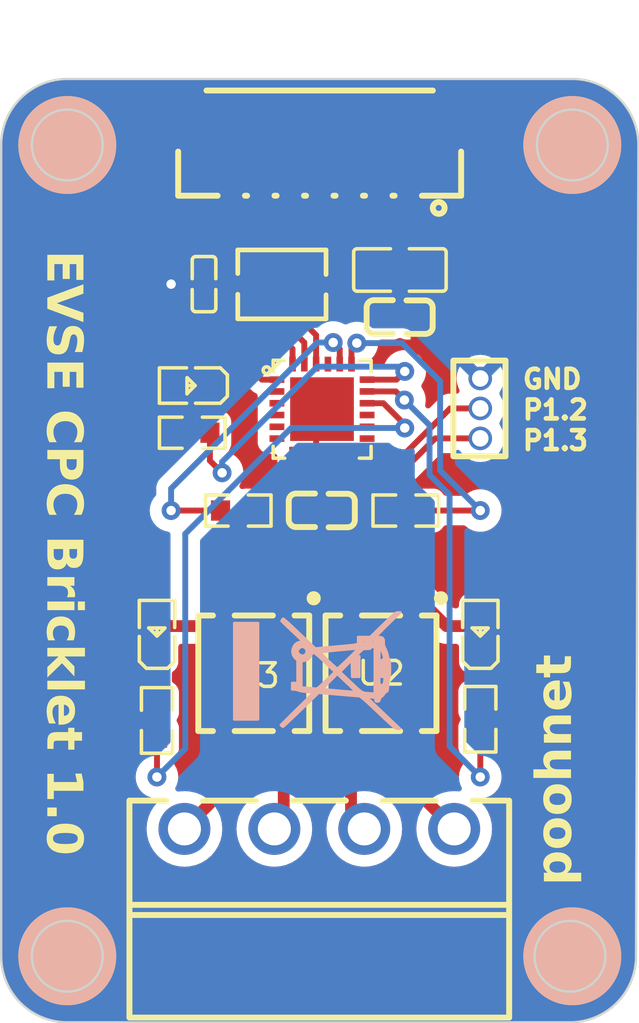
<source format=kicad_pcb>
(kicad_pcb (version 20221018) (generator pcbnew)
  (layers (0 "F.Cu" signal) (31 "B.Cu" signal) (34 "B.Paste" user) (35 "F.Paste" user) (36 "B.SilkS" user "B.Silkscreen") (37 "F.SilkS" user "F.Silkscreen") (38 "B.Mask" user) (39 "F.Mask" user) (44 "Edge.Cuts" user))
  (net 0 "")
  (net 1 "GND")
  (net 2 "3V3")
  (net 3 "S-MISO")
  (net 4 "S-MOSI")
  (net 5 "S-CLK")
  (net 6 "S-CS")
  (net 7 "Net-(LED2--)")
  (net 8 "Net-(LED3--)")
  (net 9 "LED1")
  (net 10 "LED2")
  (net 11 "LED3")
  (net 12 "Net-(C3-Pad1)")
  (net 13 "Net-(LED1--)")
  (net 14 "Net-(CN1-Pad4)")
  (net 16 "Net-(CN1-Pad5)")
  (net 17 "Net-(CN1-Pad6)")
  (net 22 "Net-(U1-P1.3)")
  (net 30 "OUTPUT1")
  (net 31 "Net-(CN2-Pad1)")
  (net 32 "Net-(CN2-Pad2)")
  (net 33 "Net-(U1-P1.2)")
  (net 34 "Net-(CN2-Pad3)")
  (net 35 "Net-(CN2-Pad4)")
  (net 36 "OUTPUT2")
  (net 37 "Net-(R4-Pad2)")
  (net 38 "Net-(R5-Pad2)")
  (footprint "easyeda2kicad:CONN-TH_4P-P3.81_DB2ERC-3.81-4P" (layer "F.Cu") (at 69.875 69.4)
    (fp_text reference "CN2" hide)
    (fp_text value "DB2ERC-3.81-4P")
    (pad "1" thru_hole circle (at -5.71 0) (size 2.2 2.2) (drill 1.399997) (layers "*.Cu" "*.Mask") (net 31 "Net-(CN2-Pad1)"))
    (pad "2" thru_hole circle (at -1.9 0) (size 2.2 2.2) (drill 1.399997) (layers "*.Cu" "*.Mask") (net 32 "Net-(CN2-Pad2)"))
    (pad "3" thru_hole circle (at 1.91 0) (size 2.2 2.2) (drill 1.399997) (layers "*.Cu" "*.Mask") (net 34 "Net-(CN2-Pad3)"))
    (pad "4" thru_hole circle (at 5.72 0) (size 2.2 2.2) (drill 1.399997) (layers "*.Cu" "*.Mask") (net 35 "Net-(CN2-Pad4)"))
  )
  (footprint "easyeda2kicad:LED0603-RD" (layer "F.Cu") (at 76.7025 61.1 90)
    (fp_text reference "LED2" hide)
    (fp_text value "blue" hide)
    (pad "1" smd rect (at -0.8 0 180) (size 0.8 0.8) (layers "F.Cu" "F.Paste" "F.Mask") (net 7 "Net-(LED2--)"))
    (pad "2" smd rect (at 0.8 0 180) (size 0.8 0.8) (layers "F.Cu" "F.Paste" "F.Mask") (net 2 "3V3"))
  )
  (footprint "easyeda2kicad:R0603" (layer "F.Cu") (at 76.7025 64.75 -90)
    (fp_text reference "R2" hide)
    (fp_text value "1K")
    (pad "1" smd rect (at -0.75 0 270) (size 0.81 0.86) (layers "F.Cu" "F.Paste" "F.Mask") (net 7 "Net-(LED2--)"))
    (pad "2" smd rect (at 0.75 0 270) (size 0.81 0.86) (layers "F.Cu" "F.Paste" "F.Mask") (net 10 "LED2"))
  )
  (footprint "easyeda2kicad:R0603" (layer "F.Cu") (at 66.445 55.9)
    (fp_text reference "R5" hide)
    (fp_text value "1K")
    (pad "1" smd rect (at -0.75 0) (size 0.81 0.86) (layers "F.Cu" "F.Paste" "F.Mask") (net 36 "OUTPUT2"))
    (pad "2" smd rect (at 0.75 0) (size 0.81 0.86) (layers "F.Cu" "F.Paste" "F.Mask") (net 38 "Net-(R5-Pad2)"))
  )
  (footprint "easyeda2kicad:SOP-4_L4.3-W4.4-P2.54-LS7.0-BL" (layer "F.Cu") (at 67.1025 62.8 180)
    (fp_text reference "U3" (at -0.1 -0.1) (layer "F.SilkS"))
    (fp_text value "AQY282SX")
    (pad "1" smd oval (at -1.27 3.5) (size 0.9 2) (layers "F.Cu" "F.Paste" "F.Mask") (net 2 "3V3"))
    (pad "2" smd oval (at 1.27 3.5) (size 0.9 2) (layers "F.Cu" "F.Paste" "F.Mask") (net 38 "Net-(R5-Pad2)"))
    (pad "3" smd oval (at 1.27 -3.5) (size 0.9 2) (layers "F.Cu" "F.Paste" "F.Mask") (net 31 "Net-(CN2-Pad1)"))
    (pad "4" smd oval (at -1.27 -3.5) (size 0.9 2) (layers "F.Cu" "F.Paste" "F.Mask") (net 32 "Net-(CN2-Pad2)"))
  )
  (footprint "easyeda2kicad:R0603" (layer "F.Cu") (at 73.545 55.9 180)
    (fp_text reference "R4" hide)
    (fp_text value "1K")
    (pad "1" smd rect (at -0.75 0 180) (size 0.81 0.86) (layers "F.Cu" "F.Paste" "F.Mask") (net 30 "OUTPUT1"))
    (pad "2" smd rect (at 0.75 0 180) (size 0.81 0.86) (layers "F.Cu" "F.Paste" "F.Mask") (net 37 "Net-(R4-Pad2)"))
  )
  (footprint "easyeda2kicad:RES-ARRAY-SMD_0603-8P-L3.2-W1.6-BL" (layer "F.Cu") (at 68.295 46.3 180)
    (fp_text reference "RN1" hide)
    (fp_text value "CRA034RJ82RP05" hide)
    (pad "1" smd rect (at -1.2 0.9 180) (size 0.65 0.8) (layers "F.Cu" "F.Paste" "F.Mask") (net 14 "Net-(CN1-Pad4)"))
    (pad "2" smd rect (at -0.4 0.9 180) (size 0.5 0.8) (layers "F.Cu" "F.Paste" "F.Mask") (net 16 "Net-(CN1-Pad5)"))
    (pad "3" smd rect (at 0.4 0.9 180) (size 0.5 0.8) (layers "F.Cu" "F.Paste" "F.Mask") (net 17 "Net-(CN1-Pad6)"))
    (pad "4" smd rect (at 1.2 0.9 180) (size 0.65 0.8) (layers "F.Cu" "F.Paste" "F.Mask") (net 12 "Net-(C3-Pad1)"))
    (pad "5" smd rect (at 1.2 -0.9 180) (size 0.65 0.8) (layers "F.Cu" "F.Paste" "F.Mask") (net 3 "S-MISO"))
    (pad "6" smd rect (at 0.4 -0.9 180) (size 0.5 0.8) (layers "F.Cu" "F.Paste" "F.Mask") (net 4 "S-MOSI"))
    (pad "7" smd rect (at -0.4 -0.9 180) (size 0.5 0.8) (layers "F.Cu" "F.Paste" "F.Mask") (net 5 "S-CLK"))
    (pad "8" smd rect (at -1.2 -0.9 180) (size 0.65 0.8) (layers "F.Cu" "F.Paste" "F.Mask") (net 6 "S-CS"))
  )
  (footprint "easyeda2kicad:LED0603-RD" (layer "F.Cu") (at 64.495 50.6 180)
    (fp_text reference "LED3" hide)
    (fp_text value "blue" hide)
    (pad "1" smd rect (at -0.8 0 270) (size 0.8 0.8) (layers "F.Cu" "F.Paste" "F.Mask") (net 8 "Net-(LED3--)"))
    (pad "2" smd rect (at 0.8 0 270) (size 0.8 0.8) (layers "F.Cu" "F.Paste" "F.Mask") (net 2 "3V3"))
  )
  (footprint "easyeda2kicad:C0805" (layer "F.Cu") (at 73.295 45.7)
    (fp_text reference "C1" hide)
    (fp_text value "10uF")
    (pad "1" smd rect (at -1 0) (size 1.41 1.35) (layers "F.Cu" "F.Paste" "F.Mask") (net 2 "3V3"))
    (pad "2" smd rect (at 1 0) (size 1.41 1.35) (layers "F.Cu" "F.Paste" "F.Mask") (net 1 "GND"))
  )
  (footprint "easyeda2kicad:C0402" (layer "F.Cu") (at 64.995 46.3 -90)
    (fp_text reference "C3" hide)
    (fp_text value "220pF")
    (pad "1" smd rect (at -0.55 0 270) (size 0.79 0.54) (layers "F.Cu" "F.Paste" "F.Mask") (net 12 "Net-(C3-Pad1)"))
    (pad "2" smd rect (at 0.55 0 270) (size 0.79 0.54) (layers "F.Cu" "F.Paste" "F.Mask") (net 1 "GND"))
  )
  (footprint "easyeda2kicad:VQFN-24_L4.0-W4.0-P0.50-TL-EP2.7" (layer "F.Cu") (at 69.995 51.6)
    (fp_text reference "U1" hide)
    (fp_text value "XMC1302-Q024X0032-AB")
    (pad "1" smd rect (at -1.91 -1.25) (size 0.63 0.28) (layers "F.Cu" "F.Paste" "F.Mask") (net 3 "S-MISO"))
    (pad "2" smd rect (at -1.91 -0.75) (size 0.63 0.28) (layers "F.Cu" "F.Paste" "F.Mask"))
    (pad "3" smd rect (at -1.91 -0.25) (size 0.63 0.28) (layers "F.Cu" "F.Paste" "F.Mask"))
    (pad "4" smd rect (at -1.91 0.25) (size 0.63 0.28) (layers "F.Cu" "F.Paste" "F.Mask"))
    (pad "5" smd rect (at -1.91 0.75) (size 0.63 0.28) (layers "F.Cu" "F.Paste" "F.Mask"))
    (pad "6" smd rect (at -1.91 1.25) (size 0.63 0.28) (layers "F.Cu" "F.Paste" "F.Mask"))
    (pad "7" smd rect (at -1.25 1.91) (size 0.28 0.63) (layers "F.Cu" "F.Paste" "F.Mask"))
    (pad "8" smd rect (at -0.75 1.91) (size 0.28 0.63) (layers "F.Cu" "F.Paste" "F.Mask"))
    (pad "9" smd rect (at -0.25 1.91) (size 0.28 0.63) (layers "F.Cu" "F.Paste" "F.Mask") (net 1 "GND"))
    (pad "10" smd rect (at 0.25 1.91) (size 0.28 0.63) (layers "F.Cu" "F.Paste" "F.Mask") (net 2 "3V3"))
    (pad "11" smd rect (at 0.75 1.91) (size 0.28 0.63) (layers "F.Cu" "F.Paste" "F.Mask") (net 22 "Net-(U1-P1.3)"))
    (pad "12" smd rect (at 1.25 1.91) (size 0.28 0.63) (layers "F.Cu" "F.Paste" "F.Mask") (net 33 "Net-(U1-P1.2)"))
    (pad "13" smd rect (at 1.91 1.25) (size 0.63 0.28) (layers "F.Cu" "F.Paste" "F.Mask"))
    (pad "14" smd rect (at 1.91 0.75) (size 0.63 0.28) (layers "F.Cu" "F.Paste" "F.Mask"))
    (pad "15" smd rect (at 1.91 0.25) (size 0.63 0.28) (layers "F.Cu" "F.Paste" "F.Mask"))
    (pad "16" smd rect (at 1.91 -0.25) (size 0.63 0.28) (layers "F.Cu" "F.Paste" "F.Mask") (net 9 "LED1"))
    (pad "17" smd rect (at 1.91 -0.75) (size 0.63 0.28) (layers "F.Cu" "F.Paste" "F.Mask") (net 10 "LED2"))
    (pad "18" smd rect (at 1.91 -1.25) (size 0.63 0.28) (layers "F.Cu" "F.Paste" "F.Mask") (net 11 "LED3"))
    (pad "19" smd rect (at 1.25 -1.91) (size 0.28 0.63) (layers "F.Cu" "F.Paste" "F.Mask") (net 30 "OUTPUT1"))
    (pad "20" smd rect (at 0.75 -1.91) (size 0.28 0.63) (layers "F.Cu" "F.Paste" "F.Mask") (net 36 "OUTPUT2"))
    (pad "21" smd rect (at 0.25 -1.91) (size 0.28 0.63) (layers "F.Cu" "F.Paste" "F.Mask"))
    (pad "22" smd rect (at -0.25 -1.91) (size 0.28 0.63) (layers "F.Cu" "F.Paste" "F.Mask") (net 6 "S-CS"))
    (pad "23" smd rect (at -0.75 -1.91) (size 0.28 0.63) (layers "F.Cu" "F.Paste" "F.Mask") (net 5 "S-CLK"))
    (pad "24" smd rect (at -1.25 -1.91) (size 0.28 0.63) (layers "F.Cu" "F.Paste" "F.Mask") (net 4 "S-MOSI"))
    (pad "25" smd rect (at 0 0) (size 2.7 2.7) (layers "F.Cu" "F.Paste" "F.Mask") (net 1 "GND"))
  )
  (footprint "easyeda2kicad:R0603" (layer "F.Cu") (at 63.0025 64.8 -90)
    (fp_text reference "R1" hide)
    (fp_text value "1K")
    (pad "1" smd rect (at -0.75 0 270) (size 0.81 0.86) (layers "F.Cu" "F.Paste" "F.Mask") (net 13 "Net-(LED1--)"))
    (pad "2" smd rect (at 0.75 0 270) (size 0.81 0.86) (layers "F.Cu" "F.Paste" "F.Mask") (net 9 "LED1"))
  )
  (footprint "easyeda2kicad:HDR-TH_3P-P1.27-V-M" (layer "F.Cu") (at 76.7 51.57 -90)
    (fp_text reference "H1" hide)
    (fp_text value "X1311WV-03J-C18D27")
    (pad "1" thru_hole circle (at -1.27 0 270) (size 1 1) (drill 0.700024) (layers "*.Cu" "*.Mask") (net 1 "GND"))
    (pad "2" thru_hole circle (at 0 0 270) (size 1 1) (drill 0.700024) (layers "*.Cu" "*.Mask") (net 33 "Net-(U1-P1.2)"))
    (pad "3" thru_hole circle (at 1.27 0 270) (size 1 1) (drill 0.700024) (layers "*.Cu" "*.Mask") (net 22 "Net-(U1-P1.3)"))
  )
  (footprint "easyeda2kicad:SOP-4_L4.3-W4.4-P2.54-LS7.0-BL" (layer "F.Cu") (at 72.495 62.8 180)
    (fp_text reference "U2" (at -0.0075 0) (layer "F.SilkS"))
    (fp_text value "AQY282SX")
    (pad "1" smd oval (at -1.27 3.5) (size 0.9 2) (layers "F.Cu" "F.Paste" "F.Mask") (net 2 "3V3"))
    (pad "2" smd oval (at 1.27 3.5) (size 0.9 2) (layers "F.Cu" "F.Paste" "F.Mask") (net 37 "Net-(R4-Pad2)"))
    (pad "3" smd oval (at 1.27 -3.5) (size 0.9 2) (layers "F.Cu" "F.Paste" "F.Mask") (net 34 "Net-(CN2-Pad3)"))
    (pad "4" smd oval (at -1.27 -3.5) (size 0.9 2) (layers "F.Cu" "F.Paste" "F.Mask") (net 35 "Net-(CN2-Pad4)"))
  )
  (footprint "easyeda2kicad:CONN-SMD_7P-P1.25_HCTL_HC-GH-7PWTKK" (layer "F.Cu") (at 69.9 40.85 180)
    (fp_text reference "CN1" hide)
    (fp_text value "HC-GH-7PWTKK")
    (pad "1" smd rect (at -3.75 -1.75 180) (size 0.7 1.8) (layers "F.Cu" "F.Paste" "F.Mask"))
    (pad "2" smd rect (at -2.5 -1.75 180) (size 0.7 1.8) (layers "F.Cu" "F.Paste" "F.Mask") (net 1 "GND"))
    (pad "3" smd rect (at -1.25 -1.75 180) (size 0.7 1.8) (layers "F.Cu" "F.Paste" "F.Mask") (net 2 "3V3"))
    (pad "4" smd rect (at 0 -1.75 180) (size 0.7 1.8) (layers "F.Cu" "F.Paste" "F.Mask") (net 14 "Net-(CN1-Pad4)"))
    (pad "5" smd rect (at 1.25 -1.75 180) (size 0.7 1.8) (layers "F.Cu" "F.Paste" "F.Mask") (net 16 "Net-(CN1-Pad5)"))
    (pad "6" smd rect (at 2.5 -1.75 180) (size 0.7 1.8) (layers "F.Cu" "F.Paste" "F.Mask") (net 17 "Net-(CN1-Pad6)"))
    (pad "7" smd rect (at 3.75 -1.75 180) (size 0.7 1.8) (layers "F.Cu" "F.Paste" "F.Mask") (net 12 "Net-(C3-Pad1)"))
    (pad "8" smd rect (at 5.58 1.75 180) (size 1 2.7) (layers "F.Cu" "F.Paste" "F.Mask") (net 1 "GND"))
    (pad "9" smd rect (at -5.58 1.75 180) (size 1 2.7) (layers "F.Cu" "F.Paste" "F.Mask") (net 1 "GND"))
  )
  (footprint "easyeda2kicad:LED0603-RD" (layer "F.Cu") (at 63.0025 61.1 90)
    (fp_text reference "LED1" hide)
    (fp_text value "blue" hide)
    (pad "1" smd rect (at -0.8 0 180) (size 0.8 0.8) (layers "F.Cu" "F.Paste" "F.Mask") (net 13 "Net-(LED1--)"))
    (pad "2" smd rect (at 0.8 0 180) (size 0.8 0.8) (layers "F.Cu" "F.Paste" "F.Mask") (net 2 "3V3"))
  )
  (footprint "easyeda2kicad:R0603" (layer "F.Cu") (at 64.495 52.6)
    (fp_text reference "R3" hide)
    (fp_text value "1K")
    (pad "1" smd rect (at -0.75 0) (size 0.81 0.86) (layers "F.Cu" "F.Paste" "F.Mask") (net 8 "Net-(LED3--)"))
    (pad "2" smd rect (at 0.75 0) (size 0.81 0.86) (layers "F.Cu" "F.Paste" "F.Mask") (net 11 "LED3"))
  )
  (footprint "easyeda2kicad:C0603" (layer "F.Cu") (at 69.995 55.9)
    (fp_text reference "C4" hide)
    (fp_text value "100nF")
    (pad "1" smd rect (at -0.7 0) (size 0.8 0.9) (layers "F.Cu" "F.Paste" "F.Mask") (net 1 "GND"))
    (pad "2" smd rect (at 0.7 0) (size 0.8 0.9) (layers "F.Cu" "F.Paste" "F.Mask") (net 2 "3V3"))
  )
  (footprint "easyeda2kicad:C0603" (layer "F.Cu") (at 73.295 47.7)
    (fp_text reference "C2" hide)
    (fp_text value "1uF" hide)
    (pad "1" smd rect (at -0.7 0) (size 0.8 0.9) (layers "F.Cu" "F.Paste" "F.Mask") (net 2 "3V3"))
    (pad "2" smd rect (at 0.7 0) (size 0.8 0.9) (layers "F.Cu" "F.Paste" "F.Mask") (net 1 "GND"))
  )
  (footprint "kicad-libraries:WEEE_7mm" (layer "B.Cu") (at 69.8 62.7 90)
    (fp_text reference "VAL" hide)
    (fp_text value "WEEE_7mm" hide)
  )
  (gr_circle (center 80.6 40.4) (end 82.6 40.4) (stroke (width 0.15)) (fill solid) (layer "B.SilkS"))
  (gr_circle (center 59.2 40.4) (end 61.2 40.4) (stroke (width 0.15)) (fill solid) (layer "B.SilkS"))
  (gr_circle (center 59.2 74.8) (end 61.2 74.8) (stroke (width 0.15)) (fill solid) (layer "B.SilkS"))
  (gr_circle (center 80.6 74.8) (end 82.6 74.8) (stroke (width 0.15)) (fill solid) (layer "B.SilkS"))
  (gr_circle (center 59.2 74.8) (end 61.2 74.8) (stroke (width 0.15)) (fill solid) (layer "F.SilkS"))
  (gr_circle (center 59.2 40.4) (end 61.2 40.4) (stroke (width 0.15)) (fill solid) (layer "F.SilkS"))
  (gr_circle (center 80.6 40.4) (end 82.6 40.4) (stroke (width 0.15)) (fill solid) (layer "F.SilkS"))
  (gr_circle (center 80.6 74.8) (end 82.6 74.8) (stroke (width 0.15)) (fill solid) (layer "F.SilkS"))
  (gr_circle (center 80.6 40.4) (end 82.1 40.4) (stroke (width 0.1)) (fill none) (layer "Edge.Cuts"))
  (gr_line (start 83.4 40.4) (end 83.3 74.8) (stroke (width 0.1)) (layer "Edge.Cuts"))
  (gr_circle (center 59.2 74.8) (end 60.7 74.8) (stroke (width 0.1)) (fill none) (layer "Edge.Cuts"))
  (gr_arc (start 59.2 77.6) (mid 57.220101 76.779899) (end 56.4 74.8) (stroke (width 0.1)) (layer "Edge.Cuts"))
  (gr_circle (center 80.5 74.8) (end 82 74.8) (stroke (width 0.1)) (fill none) (layer "Edge.Cuts"))
  (gr_arc (start 83.3 74.8) (mid 82.479899 76.779899) (end 80.5 77.6) (stroke (width 0.1)) (layer "Edge.Cuts"))
  (gr_line (start 59.2 77.6) (end 80.5 77.6) (stroke (width 0.1)) (layer "Edge.Cuts"))
  (gr_arc (start 80.6 37.6) (mid 82.579899 38.420101) (end 83.4 40.4) (stroke (width 0.1)) (layer "Edge.Cuts"))
  (gr_line (start 56.4 40.4) (end 56.4 74.8) (stroke (width 0.1)) (layer "Edge.Cuts"))
  (gr_arc (start 56.4 40.4) (mid 57.220101 38.420101) (end 59.2 37.6) (stroke (width 0.1)) (layer "Edge.Cuts"))
  (gr_line (start 59.2 37.6) (end 80.6 37.6) (stroke (width 0.1)) (layer "Edge.Cuts"))
  (gr_circle (center 59.2 40.4) (end 60.7 40.4) (stroke (width 0.1)) (fill none) (layer "Edge.Cuts"))
  (gr_text "P1.2" (at 78.4 52.1) (layer "F.SilkS") (effects (font (size 0.8 0.8) (thickness 0.2) bold) (justify left bottom)))
  (gr_text "EVSE CPC Bricklet 1.0" (at 58.1 57.7 270) (layer "F.SilkS") (effects (font (size 1.5 1.5) (thickness 0.3) bold) (justify bottom)))
  (gr_text "GND" (at 78.4 50.8) (layer "F.SilkS") (effects (font (size 0.8 0.8) (thickness 0.2) bold) (justify left bottom)))
  (gr_text "P1.3" (at 78.4 53.4) (layer "F.SilkS") (effects (font (size 0.8 0.8) (thickness 0.2) bold) (justify left bottom)))
  (gr_text "poohnet\n" (at 80.8 66.9 90) (layer "F.SilkS") (effects (font (size 1.5 1.5) (thickness 0.3) bold) (justify bottom)))
  (segment (start 69.745 51.85) (end 69.995 51.6) (width 0.25) (layer "F.Cu") (net 1))
  (segment (start 74.295 45.7) (end 74.265 45.7) (width 0.5) (layer "F.Cu") (net 1))
  (segment (start 64.995 46.85) (end 66.5 48.355) (width 0.5) (layer "F.Cu") (net 1))
  (segment (start 72.4 42.6) (end 72.4 42.05) (width 0.5) (layer "F.Cu") (net 1))
  (segment (start 69.745 53.51) (end 69.745 51.85) (width 0.25) (layer "F.Cu") (net 1))
  (segment (start 74.295 45.7) (end 74.295 47.4) (width 0.5) (layer "F.Cu") (net 1))
  (segment (start 66.5 48.355) (end 66.5 53.105) (width 0.5) (layer "F.Cu") (net 1))
  (segment (start 74.295 45.42) (end 74.295 45.7) (width 0.5) (layer "F.Cu") (net 1))
  (segment (start 72.4 43.525) (end 74.295 45.42) (width 0.5) (layer "F.Cu") (net 1))
  (segment (start 69.745 55.45) (end 69.745 53.51) (width 0.25) (layer "F.Cu") (net 1))
  (segment (start 66.5 53.105) (end 69.295 55.9) (width 0.5) (layer "F.Cu") (net 1))
  (segment (start 74.295 47.4) (end 73.995 47.7) (width 0.5) (layer "F.Cu") (net 1))
  (segment (start 69.295 55.9) (end 69.745 55.45) (width 0.25) (layer "F.Cu") (net 1))
  (segment (start 74.1 47.7) (end 76.7 50.3) (width 0.5) (layer "F.Cu") (net 1))
  (segment (start 75.35 39.1) (end 75.48 39.1) (width 0.5) (layer "F.Cu") (net 1))
  (segment (start 72.4 42.6) (end 72.4 43.525) (width 0.5) (layer "F.Cu") (net 1))
  (segment (start 73.995 47.7) (end 74.1 47.7) (width 0.5) (layer "F.Cu") (net 1))
  (via (at 63.6 46.3) (size 0.8) (drill 0.4) (layers "F.Cu" "B.Cu") (net 1))
  (segment (start 75.265 60.8) (end 73.765 59.3) (width 0.5) (layer "F.Cu") (net 2))
  (segment (start 62.395 51.9) (end 62.395 59.6925) (width 0.5) (layer "F.Cu") (net 2))
  (segment (start 63.695 50.6) (end 62.395 51.9) (width 0.5) (layer "F.Cu") (net 2))
  (segment (start 68.3725 59.3225) (end 68.3725 59.3) (width 0.5) (layer "F.Cu") (net 2))
  (segment (start 71.15 44.555) (end 72.295 45.7) (width 0.5) (layer "F.Cu") (net 2))
  (segment (start 70.245 55.45) (end 70.695 55.9) (width 0.25) (layer "F.Cu") (net 2))
  (segment (start 62.395 59.6925) (end 63.0025 60.3) (width 0.5) (layer "F.Cu") (net 2))
  (segment (start 70.695 56.9775) (end 70.695 55.9) (width 0.5) (layer "F.Cu") (net 2))
  (segment (start 71.15 42.6) (end 71.15 44.555) (width 0.5) (layer "F.Cu") (net 2))
  (segment (start 63.0025 60.3) (end 63.5025 60.8) (width 0.5) (layer "F.Cu") (net 2))
  (segment (start 72.265 60.8) (end 73.765 59.3) (width 0.5) (layer "F.Cu") (net 2))
  (segment (start 68.3725 59.3) (end 70.695 56.9775) (width 0.5) (layer "F.Cu") (net 2))
  (segment (start 70.245 53.51) (end 70.245 55.45) (width 0.25) (layer "F.Cu") (net 2))
  (segment (start 72.595 47.5251) (end 72.595 47.7) (width 0.5) (layer "F.Cu") (net 2))
  (segment (start 72.595 46.9231) (end 72.295 46.6231) (width 0.5) (layer "F.Cu") (net 2))
  (segment (start 62.395 49.3) (end 63.695 50.6) (width 0.5) (layer "F.Cu") (net 2))
  (segment (start 76.7025 60.3) (end 76.7025 60.2925) (width 0.5) (layer "F.Cu") (net 2))
  (segment (start 69.8725 60.8) (end 72.265 60.8) (width 0.5) (layer "F.Cu") (net 2))
  (segment (start 64.595 41) (end 62.395 43.2) (width 0.5) (layer "F.Cu") (net 2))
  (segment (start 76.7025 60.3) (end 76.2025 60.8) (width 0.5) (layer "F.Cu") (net 2))
  (segment (start 72.295 46.6231) (end 72.295 45.4) (width 0.5) (layer "F.Cu") (net 2))
  (segment (start 66.895 60.8) (end 68.3725 59.3225) (width 0.5) (layer "F.Cu") (net 2))
  (segment (start 76.2025 60.8) (end 75.265 60.8) (width 0.5) (layer "F.Cu") (net 2))
  (segment (start 73.765 59.3) (end 73.765 59.47) (width 0.5) (layer "F.Cu") (net 2))
  (segment (start 71.15 41) (end 64.595 41) (width 0.5) (layer "F.Cu") (net 2))
  (segment (start 62.395 43.2) (end 62.395 49.3) (width 0.5) (layer "F.Cu") (net 2))
  (segment (start 68.3725 59.3) (end 69.8725 60.8) (width 0.5) (layer "F.Cu") (net 2))
  (segment (start 63.5025 60.8) (end 66.895 60.8) (width 0.5) (layer "F.Cu") (net 2))
  (segment (start 72.595 47.5251) (end 72.595 46.9231) (width 0.5) (layer "F.Cu") (net 2))
  (segment (start 71.15 42.6) (end 71.15 41) (width 0.5) (layer "F.Cu") (net 2))
  (segment (start 68.085 50.35) (end 67.45 50.35) (width 0.25) (layer "F.Cu") (net 3))
  (segment (start 67.095 49.995) (end 67.095 47.2) (width 0.25) (layer "F.Cu") (net 3))
  (segment (start 67.45 50.35) (end 67.095 49.995) (width 0.25) (layer "F.Cu") (net 3))
  (segment (start 68.745 49.045) (end 67.895 48.195) (width 0.25) (layer "F.Cu") (net 4))
  (segment (start 68.745 49.69) (end 68.745 49.045) (width 0.25) (layer "F.Cu") (net 4))
  (segment (start 67.895 48.195) (end 67.895 47.2) (width 0.25) (layer "F.Cu") (net 4))
  (segment (start 68.695 48.2299) (end 69.245 48.7799) (width 0.25) (layer "F.Cu") (net 5))
  (segment (start 69.245 48.7799) (end 69.245 49.69) (width 0.25) (layer "F.Cu") (net 5))
  (segment (start 68.695 47.2) (end 68.695 48.2299) (width 0.25) (layer "F.Cu") (net 5))
  (segment (start 69.745 49.69) (end 69.745 48.46095) (width 0.25) (layer "F.Cu") (net 6))
  (segment (start 69.495 48.21095) (end 69.495 47.2) (width 0.25) (layer "F.Cu") (net 6))
  (segment (start 69.745 48.46095) (end 69.495 48.21095) (width 0.25) (layer "F.Cu") (net 6))
  (segment (start 76.7025 64) (end 76.7025 61.9) (width 0.25) (layer "F.Cu") (net 7))
  (segment (start 63.745 52.6) (end 63.745 51.8431) (width 0.25) (layer "F.Cu") (net 8))
  (segment (start 63.745 51.8431) (end 64.5681 51.02) (width 0.25) (layer "F.Cu") (net 8))
  (segment (start 65.295 50.6) (end 64.5681 50.6) (width 0.25) (layer "F.Cu") (net 8))
  (segment (start 64.5681 51.02) (end 64.5681 50.6) (width 0.25) (layer "F.Cu") (net 8))
  (segment (start 73.5 52.255203) (end 72.594797 51.35) (width 0.25) (layer "F.Cu") (net 9))
  (segment (start 73.5 52.4) (end 73.5 52.255203) (width 0.25) (layer "F.Cu") (net 9))
  (segment (start 63.0025 67.1975) (end 63.0025 65.55) (width 0.25) (layer "F.Cu") (net 9))
  (segment (start 63 67.2) (end 63.0025 67.1975) (width 0.25) (layer "F.Cu") (net 9))
  (segment (start 72.594797 51.35) (end 71.905 51.35) (width 0.25) (layer "F.Cu") (net 9))
  (via (at 73.5 52.4) (size 0.8) (drill 0.4) (layers "F.Cu" "B.Cu") (net 9))
  (via (at 63 67.2) (size 0.8) (drill 0.4) (layers "F.Cu" "B.Cu") (net 9))
  (segment (start 64.2 66) (end 64.2 56.885805) (width 0.25) (layer "B.Cu") (net 9))
  (segment (start 64.2 56.885805) (end 68.685805 52.4) (width 0.25) (layer "B.Cu") (net 9))
  (segment (start 63 67.2) (end 64.2 66) (width 0.25) (layer "B.Cu") (net 9))
  (segment (start 68.685805 52.4) (end 73.5 52.4) (width 0.25) (layer "B.Cu") (net 9))
  (segment (start 76.7 67.2) (end 76.7025 67.1975) (width 0.25) (layer "F.Cu") (net 10))
  (segment (start 73.120102 50.85) (end 71.905 50.85) (width 0.25) (layer "F.Cu") (net 10))
  (segment (start 73.485051 51.214949) (end 73.120102 50.85) (width 0.25) (layer "F.Cu") (net 10))
  (segment (start 76.7025 67.1975) (end 76.7025 65.5) (width 0.25) (layer "F.Cu") (net 10))
  (via (at 76.7 67.2) (size 0.8) (drill 0.4) (layers "F.Cu" "B.Cu") (net 10))
  (via (at 73.485051 51.214949) (size 0.8) (drill 0.4) (layers "F.Cu" "B.Cu") (net 10))
  (segment (start 75.4 65.9) (end 75.4 55.236396) (width 0.25) (layer "B.Cu") (net 10))
  (segment (start 74.55 54.386396) (end 74.55 52.279898) (width 0.25) (layer "B.Cu") (net 10))
  (segment (start 74.55 52.279898) (end 73.485051 51.214949) (width 0.25) (layer "B.Cu") (net 10))
  (segment (start 76.7 67.2) (end 75.4 65.9) (width 0.25) (layer "B.Cu") (net 10))
  (segment (start 75.4 55.236396) (end 74.55 54.386396) (width 0.25) (layer "B.Cu") (net 10))
  (segment (start 65.245 53.7845) (end 65.245 52.6) (width 0.25) (layer "F.Cu") (net 11))
  (segment (start 65.7605 54.3) (end 65.245 53.7845) (width 0.25) (layer "F.Cu") (net 11))
  (segment (start 71.905 50.35) (end 73.15 50.35) (width 0.25) (layer "F.Cu") (net 11))
  (segment (start 73.15 50.35) (end 73.5 50) (width 0.25) (layer "F.Cu") (net 11))
  (via (at 65.7605 54.3) (size 0.8) (drill 0.4) (layers "F.Cu" "B.Cu") (net 11))
  (via (at 73.5 50) (size 0.8) (drill 0.4) (layers "F.Cu" "B.Cu") (net 11))
  (segment (start 65.7605 53.8336) (end 65.7605 54.3) (width 0.25) (layer "B.Cu") (net 11))
  (segment (start 69.7941 49.8) (end 65.7605 53.8336) (width 0.25) (layer "B.Cu") (net 11))
  (segment (start 73.3 49.8) (end 69.7941 49.8) (width 0.25) (layer "B.Cu") (net 11))
  (segment (start 73.5 50) (end 73.3 49.8) (width 0.25) (layer "B.Cu") (net 11))
  (segment (start 67.095 45.4) (end 66.4431 45.4) (width 0.25) (layer "F.Cu") (net 12))
  (segment (start 66.15 42.6) (end 66.15 45.1069) (width 0.25) (layer "F.Cu") (net 12))
  (segment (start 65.55 45.75) (end 66.15 45.15) (width 0.25) (layer "F.Cu") (net 12))
  (segment (start 66.15 45.1069) (end 66.4431 45.4) (width 0.25) (layer "F.Cu") (net 12))
  (segment (start 64.995 45.75) (end 65.55 45.75) (width 0.25) (layer "F.Cu") (net 12))
  (segment (start 66.15 45.15) (end 66.15 45.1069) (width 0.25) (layer "F.Cu") (net 12))
  (segment (start 63.0025 64.05) (end 63.0025 61.9) (width 0.25) (layer "F.Cu") (net 13))
  (segment (start 69.9 42.6) (end 69.9 44.2681) (width 0.25) (layer "F.Cu") (net 14))
  (segment (start 69.9 44.2681) (end 69.495 44.6731) (width 0.25) (layer "F.Cu") (net 14))
  (segment (start 69.495 45.4) (end 69.495 44.6731) (width 0.25) (layer "F.Cu") (net 14))
  (segment (start 68.65 43.8269) (end 68.695 43.8719) (width 0.25) (layer "F.Cu") (net 16))
  (segment (start 68.695 43.8719) (end 68.695 45.4) (width 0.25) (layer "F.Cu") (net 16))
  (segment (start 68.65 42.6) (end 68.65 43.8269) (width 0.25) (layer "F.Cu") (net 16))
  (segment (start 67.4 43.8269) (end 67.895 44.3219) (width 0.25) (layer "F.Cu") (net 17))
  (segment (start 67.4 42.6) (end 67.4 43.8269) (width 0.25) (layer "F.Cu") (net 17))
  (segment (start 67.895 44.3219) (end 67.895 45.4) (width 0.25) (layer "F.Cu") (net 17))
  (segment (start 70.745 53.51) (end 70.745 54.05) (width 0.25) (layer "F.Cu") (net 22))
  (segment (start 74.791396 52.84) (end 76.7 52.84) (width 0.25) (layer "F.Cu") (net 22))
  (segment (start 71.495 54.8) (end 72.831396 54.8) (width 0.25) (layer "F.Cu") (net 22))
  (segment (start 72.831396 54.8) (end 74.791396 52.84) (width 0.25) (layer "F.Cu") (net 22))
  (segment (start 70.745 54.05) (end 71.495 54.8) (width 0.25) (layer "F.Cu") (net 22))
  (segment (start 71.245 49.0245) (end 71.4695 48.8) (width 0.25) (layer "F.Cu") (net 30))
  (segment (start 74.295 55.9) (end 76.7 55.9) (width 0.25) (layer "F.Cu") (net 30))
  (segment (start 71.245 49.69) (end 71.245 49.0245) (width 0.25) (layer "F.Cu") (net 30))
  (via (at 76.7 55.9) (size 0.8) (drill 0.4) (layers "F.Cu" "B.Cu") (net 30))
  (via (at 71.4695 48.8) (size 0.8) (drill 0.4) (layers "F.Cu" "B.Cu") (net 30))
  (segment (start 75 50.418273) (end 73.381727 48.8) (width 0.25) (layer "B.Cu") (net 30))
  (segment (start 76.7 55.9) (end 75 54.2) (width 0.25) (layer "B.Cu") (net 30))
  (segment (start 73.381727 48.8) (end 71.4695 48.8) (width 0.25) (layer "B.Cu") (net 30))
  (segment (start 75 54.2) (end 75 50.418273) (width 0.25) (layer "B.Cu") (net 30))
  (segment (start 65.8325 66.3) (end 65.8325 67.7325) (width 0.5) (layer "F.Cu") (net 31))
  (segment (start 65.8325 66.3) (end 65.795 66.3375) (width 0.25) (layer "F.Cu") (net 31))
  (segment (start 65.8325 67.7325) (end 64.165 69.4) (width 0.5) (layer "F.Cu") (net 31))
  (segment (start 68.3725 66.3) (end 68.395 66.3225) (width 0.25) (layer "F.Cu") (net 32))
  (segment (start 68.3725 66.3) (end 68.3725 69.0025) (width 0.5) (layer "F.Cu") (net 32))
  (segment (start 68.3725 69.0025) (end 67.975 69.4) (width 0.5) (layer "F.Cu") (net 32))
  (segment (start 75.425 51.57) (end 76.7 51.57) (width 0.25) (layer "F.Cu") (net 33))
  (segment (start 72.645 54.35) (end 75.425 51.57) (width 0.25) (layer "F.Cu") (net 33))
  (segment (start 71.245 53.51) (end 71.245 53.85) (width 0.25) (layer "F.Cu") (net 33))
  (segment (start 71.745 54.35) (end 72.645 54.35) (width 0.25) (layer "F.Cu") (net 33))
  (segment (start 71.245 53.85) (end 71.745 54.35) (width 0.25) (layer "F.Cu") (net 33))
  (segment (start 71.225 66.3) (end 71.225 68.84) (width 0.5) (layer "F.Cu") (net 34))
  (segment (start 71.225 66.3) (end 71.195 66.33) (width 0.25) (layer "F.Cu") (net 34))
  (segment (start 71.225 68.84) (end 71.785 69.4) (width 0.5) (layer "F.Cu") (net 34))
  (segment (start 73.765 67.57) (end 75.595 69.4) (width 0.5) (layer "F.Cu") (net 35))
  (segment (start 73.765 66.3) (end 73.765 67.57) (width 0.5) (layer "F.Cu") (net 35))
  (segment (start 73.795 66.33) (end 73.765 66.3) (width 0.25) (layer "F.Cu") (net 35))
  (segment (start 70.745 49.050998) (end 70.745 49.69) (width 0.25) (layer "F.Cu") (net 36))
  (segment (start 70.4695 48.775498) (end 70.745 49.050998) (width 0.25) (layer "F.Cu") (net 36))
  (segment (start 63.6 55.9) (end 65.695 55.9) (width 0.25) (layer "F.Cu") (net 36))
  (via (at 70.4695 48.775498) (size 0.8) (drill 0.4) (layers "F.Cu" "B.Cu") (net 36))
  (via (at 63.6 55.9) (size 0.8) (drill 0.4) (layers "F.Cu" "B.Cu") (net 36))
  (segment (start 63.6 54.968795) (end 63.6 55.9) (width 0.25) (layer "B.Cu") (net 36))
  (segment (start 69.793297 48.775498) (end 63.6 54.968795) (width 0.25) (layer "B.Cu") (net 36))
  (segment (start 70.4695 48.775498) (end 69.793297 48.775498) (width 0.25) (layer "B.Cu") (net 36))
  (segment (start 71.225 59.3) (end 71.225 57.47) (width 0.25) (layer "F.Cu") (net 37))
  (segment (start 71.225 57.47) (end 72.795 55.9) (width 0.25) (layer "F.Cu") (net 37))
  (segment (start 65.8325 57.2625) (end 67.195 55.9) (width 0.25) (layer "F.Cu") (net 38))
  (segment (start 65.8325 59.3) (end 65.8325 57.2625) (width 0.25) (layer "F.Cu") (net 38))
  (zone (net 1) (net_name "GND") (layer "F.Cu") (connect_pads (clearance 0.5)) (min_thickness 0.25) (fill yes (thermal_gap 0.5) (thermal_bridge_width 0.5))
    (polygon (pts (xy 56.4 37.6) (xy 83.4 37.6) (xy 83.4 77.6) (xy 56.4 77.6)))
  )
  (zone (net 1) (net_name "GND") (layer "B.Cu") (priority 1) (connect_pads (clearance 0.5)) (min_thickness 0.25) (fill yes (thermal_gap 0.5) (thermal_bridge_width 0.5))
    (polygon (pts (xy 56.4 37.6) (xy 83.4 37.6) (xy 83.3 77.6) (xy 56.4 77.6)))
  )
)
</source>
